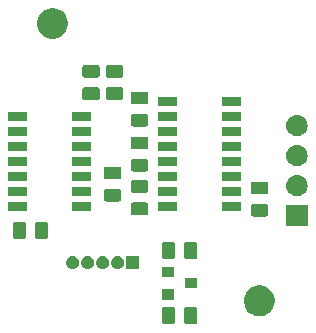
<source format=gbr>
G04 #@! TF.GenerationSoftware,KiCad,Pcbnew,(5.1.2)-1*
G04 #@! TF.CreationDate,2019-05-26T15:49:40+02:00*
G04 #@! TF.ProjectId,Dew Sensor,44657720-5365-46e7-936f-722e6b696361,rev?*
G04 #@! TF.SameCoordinates,Original*
G04 #@! TF.FileFunction,Soldermask,Bot*
G04 #@! TF.FilePolarity,Negative*
%FSLAX46Y46*%
G04 Gerber Fmt 4.6, Leading zero omitted, Abs format (unit mm)*
G04 Created by KiCad (PCBNEW (5.1.2)-1) date 2019-05-26 15:49:40*
%MOMM*%
%LPD*%
G04 APERTURE LIST*
%ADD10C,0.100000*%
G04 APERTURE END LIST*
D10*
G36*
X209788795Y-136754799D02*
G01*
X209832102Y-136767937D01*
X209872026Y-136789276D01*
X209907012Y-136817988D01*
X209935724Y-136852974D01*
X209957063Y-136892898D01*
X209970201Y-136936205D01*
X209975000Y-136984935D01*
X209975000Y-138015065D01*
X209970201Y-138063795D01*
X209957063Y-138107102D01*
X209935724Y-138147026D01*
X209907012Y-138182012D01*
X209872026Y-138210724D01*
X209832102Y-138232063D01*
X209788795Y-138245201D01*
X209740065Y-138250000D01*
X209134935Y-138250000D01*
X209086205Y-138245201D01*
X209042898Y-138232063D01*
X209002974Y-138210724D01*
X208967988Y-138182012D01*
X208939276Y-138147026D01*
X208917937Y-138107102D01*
X208904799Y-138063795D01*
X208900000Y-138015065D01*
X208900000Y-136984935D01*
X208904799Y-136936205D01*
X208917937Y-136892898D01*
X208939276Y-136852974D01*
X208967988Y-136817988D01*
X209002974Y-136789276D01*
X209042898Y-136767937D01*
X209086205Y-136754799D01*
X209134935Y-136750000D01*
X209740065Y-136750000D01*
X209788795Y-136754799D01*
X209788795Y-136754799D01*
G37*
G36*
X207913795Y-136754799D02*
G01*
X207957102Y-136767937D01*
X207997026Y-136789276D01*
X208032012Y-136817988D01*
X208060724Y-136852974D01*
X208082063Y-136892898D01*
X208095201Y-136936205D01*
X208100000Y-136984935D01*
X208100000Y-138015065D01*
X208095201Y-138063795D01*
X208082063Y-138107102D01*
X208060724Y-138147026D01*
X208032012Y-138182012D01*
X207997026Y-138210724D01*
X207957102Y-138232063D01*
X207913795Y-138245201D01*
X207865065Y-138250000D01*
X207259935Y-138250000D01*
X207211205Y-138245201D01*
X207167898Y-138232063D01*
X207127974Y-138210724D01*
X207092988Y-138182012D01*
X207064276Y-138147026D01*
X207042937Y-138107102D01*
X207029799Y-138063795D01*
X207025000Y-138015065D01*
X207025000Y-136984935D01*
X207029799Y-136936205D01*
X207042937Y-136892898D01*
X207064276Y-136852974D01*
X207092988Y-136817988D01*
X207127974Y-136789276D01*
X207167898Y-136767937D01*
X207211205Y-136754799D01*
X207259935Y-136750000D01*
X207865065Y-136750000D01*
X207913795Y-136754799D01*
X207913795Y-136754799D01*
G37*
G36*
X215629196Y-134999958D02*
G01*
X215865783Y-135097956D01*
X216078702Y-135240224D01*
X216259776Y-135421298D01*
X216402045Y-135634219D01*
X216500042Y-135870804D01*
X216550000Y-136121961D01*
X216550000Y-136378039D01*
X216500042Y-136629196D01*
X216421842Y-136817988D01*
X216402044Y-136865783D01*
X216259776Y-137078702D01*
X216078702Y-137259776D01*
X215865783Y-137402044D01*
X215865782Y-137402045D01*
X215865781Y-137402045D01*
X215629196Y-137500042D01*
X215378039Y-137550000D01*
X215121961Y-137550000D01*
X214870804Y-137500042D01*
X214634219Y-137402045D01*
X214634218Y-137402045D01*
X214634217Y-137402044D01*
X214421298Y-137259776D01*
X214240224Y-137078702D01*
X214097956Y-136865783D01*
X214078159Y-136817988D01*
X213999958Y-136629196D01*
X213950000Y-136378039D01*
X213950000Y-136121961D01*
X213999958Y-135870804D01*
X214097955Y-135634219D01*
X214240224Y-135421298D01*
X214421298Y-135240224D01*
X214634217Y-135097956D01*
X214870804Y-134999958D01*
X215121961Y-134950000D01*
X215378039Y-134950000D01*
X215629196Y-134999958D01*
X215629196Y-134999958D01*
G37*
G36*
X208000000Y-136150000D02*
G01*
X207000000Y-136150000D01*
X207000000Y-135250000D01*
X208000000Y-135250000D01*
X208000000Y-136150000D01*
X208000000Y-136150000D01*
G37*
G36*
X210000000Y-135200000D02*
G01*
X209000000Y-135200000D01*
X209000000Y-134300000D01*
X210000000Y-134300000D01*
X210000000Y-135200000D01*
X210000000Y-135200000D01*
G37*
G36*
X208000000Y-134250000D02*
G01*
X207000000Y-134250000D01*
X207000000Y-133350000D01*
X208000000Y-133350000D01*
X208000000Y-134250000D01*
X208000000Y-134250000D01*
G37*
G36*
X199567819Y-132457958D02*
G01*
X199644518Y-132481225D01*
X199671498Y-132489409D01*
X199754324Y-132533681D01*
X199767042Y-132540479D01*
X199850790Y-132609210D01*
X199919521Y-132692958D01*
X199919522Y-132692960D01*
X199970591Y-132788502D01*
X199970592Y-132788506D01*
X200002042Y-132892181D01*
X200012661Y-133000000D01*
X200002042Y-133107819D01*
X199978775Y-133184518D01*
X199970591Y-133211498D01*
X199922442Y-133301577D01*
X199919521Y-133307042D01*
X199850790Y-133390790D01*
X199767042Y-133459521D01*
X199767040Y-133459522D01*
X199671498Y-133510591D01*
X199644518Y-133518775D01*
X199567819Y-133542042D01*
X199487018Y-133550000D01*
X199432982Y-133550000D01*
X199352181Y-133542042D01*
X199275482Y-133518775D01*
X199248502Y-133510591D01*
X199152960Y-133459522D01*
X199152958Y-133459521D01*
X199069210Y-133390790D01*
X199000479Y-133307042D01*
X198997558Y-133301577D01*
X198949409Y-133211498D01*
X198941225Y-133184518D01*
X198917958Y-133107819D01*
X198907339Y-133000000D01*
X198917958Y-132892181D01*
X198949408Y-132788506D01*
X198949409Y-132788502D01*
X199000478Y-132692960D01*
X199000479Y-132692958D01*
X199069210Y-132609210D01*
X199152958Y-132540479D01*
X199165676Y-132533681D01*
X199248502Y-132489409D01*
X199275482Y-132481225D01*
X199352181Y-132457958D01*
X199432982Y-132450000D01*
X199487018Y-132450000D01*
X199567819Y-132457958D01*
X199567819Y-132457958D01*
G37*
G36*
X205090000Y-133550000D02*
G01*
X203990000Y-133550000D01*
X203990000Y-132450000D01*
X205090000Y-132450000D01*
X205090000Y-133550000D01*
X205090000Y-133550000D01*
G37*
G36*
X203377819Y-132457958D02*
G01*
X203454518Y-132481225D01*
X203481498Y-132489409D01*
X203564324Y-132533681D01*
X203577042Y-132540479D01*
X203660790Y-132609210D01*
X203729521Y-132692958D01*
X203729522Y-132692960D01*
X203780591Y-132788502D01*
X203780592Y-132788506D01*
X203812042Y-132892181D01*
X203822661Y-133000000D01*
X203812042Y-133107819D01*
X203788775Y-133184518D01*
X203780591Y-133211498D01*
X203732442Y-133301577D01*
X203729521Y-133307042D01*
X203660790Y-133390790D01*
X203577042Y-133459521D01*
X203577040Y-133459522D01*
X203481498Y-133510591D01*
X203454518Y-133518775D01*
X203377819Y-133542042D01*
X203297018Y-133550000D01*
X203242982Y-133550000D01*
X203162181Y-133542042D01*
X203085482Y-133518775D01*
X203058502Y-133510591D01*
X202962960Y-133459522D01*
X202962958Y-133459521D01*
X202879210Y-133390790D01*
X202810479Y-133307042D01*
X202807558Y-133301577D01*
X202759409Y-133211498D01*
X202751225Y-133184518D01*
X202727958Y-133107819D01*
X202717339Y-133000000D01*
X202727958Y-132892181D01*
X202759408Y-132788506D01*
X202759409Y-132788502D01*
X202810478Y-132692960D01*
X202810479Y-132692958D01*
X202879210Y-132609210D01*
X202962958Y-132540479D01*
X202975676Y-132533681D01*
X203058502Y-132489409D01*
X203085482Y-132481225D01*
X203162181Y-132457958D01*
X203242982Y-132450000D01*
X203297018Y-132450000D01*
X203377819Y-132457958D01*
X203377819Y-132457958D01*
G37*
G36*
X202107819Y-132457958D02*
G01*
X202184518Y-132481225D01*
X202211498Y-132489409D01*
X202294324Y-132533681D01*
X202307042Y-132540479D01*
X202390790Y-132609210D01*
X202459521Y-132692958D01*
X202459522Y-132692960D01*
X202510591Y-132788502D01*
X202510592Y-132788506D01*
X202542042Y-132892181D01*
X202552661Y-133000000D01*
X202542042Y-133107819D01*
X202518775Y-133184518D01*
X202510591Y-133211498D01*
X202462442Y-133301577D01*
X202459521Y-133307042D01*
X202390790Y-133390790D01*
X202307042Y-133459521D01*
X202307040Y-133459522D01*
X202211498Y-133510591D01*
X202184518Y-133518775D01*
X202107819Y-133542042D01*
X202027018Y-133550000D01*
X201972982Y-133550000D01*
X201892181Y-133542042D01*
X201815482Y-133518775D01*
X201788502Y-133510591D01*
X201692960Y-133459522D01*
X201692958Y-133459521D01*
X201609210Y-133390790D01*
X201540479Y-133307042D01*
X201537558Y-133301577D01*
X201489409Y-133211498D01*
X201481225Y-133184518D01*
X201457958Y-133107819D01*
X201447339Y-133000000D01*
X201457958Y-132892181D01*
X201489408Y-132788506D01*
X201489409Y-132788502D01*
X201540478Y-132692960D01*
X201540479Y-132692958D01*
X201609210Y-132609210D01*
X201692958Y-132540479D01*
X201705676Y-132533681D01*
X201788502Y-132489409D01*
X201815482Y-132481225D01*
X201892181Y-132457958D01*
X201972982Y-132450000D01*
X202027018Y-132450000D01*
X202107819Y-132457958D01*
X202107819Y-132457958D01*
G37*
G36*
X200837819Y-132457958D02*
G01*
X200914518Y-132481225D01*
X200941498Y-132489409D01*
X201024324Y-132533681D01*
X201037042Y-132540479D01*
X201120790Y-132609210D01*
X201189521Y-132692958D01*
X201189522Y-132692960D01*
X201240591Y-132788502D01*
X201240592Y-132788506D01*
X201272042Y-132892181D01*
X201282661Y-133000000D01*
X201272042Y-133107819D01*
X201248775Y-133184518D01*
X201240591Y-133211498D01*
X201192442Y-133301577D01*
X201189521Y-133307042D01*
X201120790Y-133390790D01*
X201037042Y-133459521D01*
X201037040Y-133459522D01*
X200941498Y-133510591D01*
X200914518Y-133518775D01*
X200837819Y-133542042D01*
X200757018Y-133550000D01*
X200702982Y-133550000D01*
X200622181Y-133542042D01*
X200545482Y-133518775D01*
X200518502Y-133510591D01*
X200422960Y-133459522D01*
X200422958Y-133459521D01*
X200339210Y-133390790D01*
X200270479Y-133307042D01*
X200267558Y-133301577D01*
X200219409Y-133211498D01*
X200211225Y-133184518D01*
X200187958Y-133107819D01*
X200177339Y-133000000D01*
X200187958Y-132892181D01*
X200219408Y-132788506D01*
X200219409Y-132788502D01*
X200270478Y-132692960D01*
X200270479Y-132692958D01*
X200339210Y-132609210D01*
X200422958Y-132540479D01*
X200435676Y-132533681D01*
X200518502Y-132489409D01*
X200545482Y-132481225D01*
X200622181Y-132457958D01*
X200702982Y-132450000D01*
X200757018Y-132450000D01*
X200837819Y-132457958D01*
X200837819Y-132457958D01*
G37*
G36*
X209788795Y-131254799D02*
G01*
X209832102Y-131267937D01*
X209872026Y-131289276D01*
X209907012Y-131317988D01*
X209935724Y-131352974D01*
X209957063Y-131392898D01*
X209970201Y-131436205D01*
X209975000Y-131484935D01*
X209975000Y-132515065D01*
X209970201Y-132563795D01*
X209957063Y-132607102D01*
X209935724Y-132647026D01*
X209907012Y-132682012D01*
X209872026Y-132710724D01*
X209832102Y-132732063D01*
X209788795Y-132745201D01*
X209740065Y-132750000D01*
X209134935Y-132750000D01*
X209086205Y-132745201D01*
X209042898Y-132732063D01*
X209002974Y-132710724D01*
X208967988Y-132682012D01*
X208939276Y-132647026D01*
X208917937Y-132607102D01*
X208904799Y-132563795D01*
X208900000Y-132515065D01*
X208900000Y-131484935D01*
X208904799Y-131436205D01*
X208917937Y-131392898D01*
X208939276Y-131352974D01*
X208967988Y-131317988D01*
X209002974Y-131289276D01*
X209042898Y-131267937D01*
X209086205Y-131254799D01*
X209134935Y-131250000D01*
X209740065Y-131250000D01*
X209788795Y-131254799D01*
X209788795Y-131254799D01*
G37*
G36*
X207913795Y-131254799D02*
G01*
X207957102Y-131267937D01*
X207997026Y-131289276D01*
X208032012Y-131317988D01*
X208060724Y-131352974D01*
X208082063Y-131392898D01*
X208095201Y-131436205D01*
X208100000Y-131484935D01*
X208100000Y-132515065D01*
X208095201Y-132563795D01*
X208082063Y-132607102D01*
X208060724Y-132647026D01*
X208032012Y-132682012D01*
X207997026Y-132710724D01*
X207957102Y-132732063D01*
X207913795Y-132745201D01*
X207865065Y-132750000D01*
X207259935Y-132750000D01*
X207211205Y-132745201D01*
X207167898Y-132732063D01*
X207127974Y-132710724D01*
X207092988Y-132682012D01*
X207064276Y-132647026D01*
X207042937Y-132607102D01*
X207029799Y-132563795D01*
X207025000Y-132515065D01*
X207025000Y-131484935D01*
X207029799Y-131436205D01*
X207042937Y-131392898D01*
X207064276Y-131352974D01*
X207092988Y-131317988D01*
X207127974Y-131289276D01*
X207167898Y-131267937D01*
X207211205Y-131254799D01*
X207259935Y-131250000D01*
X207865065Y-131250000D01*
X207913795Y-131254799D01*
X207913795Y-131254799D01*
G37*
G36*
X197171295Y-129556799D02*
G01*
X197214602Y-129569937D01*
X197254526Y-129591276D01*
X197289512Y-129619988D01*
X197318224Y-129654974D01*
X197339563Y-129694898D01*
X197352701Y-129738205D01*
X197357500Y-129786935D01*
X197357500Y-130817065D01*
X197352701Y-130865795D01*
X197339563Y-130909102D01*
X197318224Y-130949026D01*
X197289512Y-130984012D01*
X197254526Y-131012724D01*
X197214602Y-131034063D01*
X197171295Y-131047201D01*
X197122565Y-131052000D01*
X196517435Y-131052000D01*
X196468705Y-131047201D01*
X196425398Y-131034063D01*
X196385474Y-131012724D01*
X196350488Y-130984012D01*
X196321776Y-130949026D01*
X196300437Y-130909102D01*
X196287299Y-130865795D01*
X196282500Y-130817065D01*
X196282500Y-129786935D01*
X196287299Y-129738205D01*
X196300437Y-129694898D01*
X196321776Y-129654974D01*
X196350488Y-129619988D01*
X196385474Y-129591276D01*
X196425398Y-129569937D01*
X196468705Y-129556799D01*
X196517435Y-129552000D01*
X197122565Y-129552000D01*
X197171295Y-129556799D01*
X197171295Y-129556799D01*
G37*
G36*
X195296295Y-129556799D02*
G01*
X195339602Y-129569937D01*
X195379526Y-129591276D01*
X195414512Y-129619988D01*
X195443224Y-129654974D01*
X195464563Y-129694898D01*
X195477701Y-129738205D01*
X195482500Y-129786935D01*
X195482500Y-130817065D01*
X195477701Y-130865795D01*
X195464563Y-130909102D01*
X195443224Y-130949026D01*
X195414512Y-130984012D01*
X195379526Y-131012724D01*
X195339602Y-131034063D01*
X195296295Y-131047201D01*
X195247565Y-131052000D01*
X194642435Y-131052000D01*
X194593705Y-131047201D01*
X194550398Y-131034063D01*
X194510474Y-131012724D01*
X194475488Y-130984012D01*
X194446776Y-130949026D01*
X194425437Y-130909102D01*
X194412299Y-130865795D01*
X194407500Y-130817065D01*
X194407500Y-129786935D01*
X194412299Y-129738205D01*
X194425437Y-129694898D01*
X194446776Y-129654974D01*
X194475488Y-129619988D01*
X194510474Y-129591276D01*
X194550398Y-129569937D01*
X194593705Y-129556799D01*
X194642435Y-129552000D01*
X195247565Y-129552000D01*
X195296295Y-129556799D01*
X195296295Y-129556799D01*
G37*
G36*
X219340000Y-129932000D02*
G01*
X217540000Y-129932000D01*
X217540000Y-128132000D01*
X219340000Y-128132000D01*
X219340000Y-129932000D01*
X219340000Y-129932000D01*
G37*
G36*
X215828795Y-128039799D02*
G01*
X215872102Y-128052937D01*
X215912026Y-128074276D01*
X215947012Y-128102988D01*
X215975724Y-128137974D01*
X215997063Y-128177898D01*
X216010201Y-128221205D01*
X216015000Y-128269935D01*
X216015000Y-128875065D01*
X216010201Y-128923795D01*
X215997063Y-128967102D01*
X215975724Y-129007026D01*
X215947012Y-129042012D01*
X215912026Y-129070724D01*
X215872102Y-129092063D01*
X215828795Y-129105201D01*
X215780065Y-129110000D01*
X214749935Y-129110000D01*
X214701205Y-129105201D01*
X214657898Y-129092063D01*
X214617974Y-129070724D01*
X214582988Y-129042012D01*
X214554276Y-129007026D01*
X214532937Y-128967102D01*
X214519799Y-128923795D01*
X214515000Y-128875065D01*
X214515000Y-128269935D01*
X214519799Y-128221205D01*
X214532937Y-128177898D01*
X214554276Y-128137974D01*
X214582988Y-128102988D01*
X214617974Y-128074276D01*
X214657898Y-128052937D01*
X214701205Y-128039799D01*
X214749935Y-128035000D01*
X215780065Y-128035000D01*
X215828795Y-128039799D01*
X215828795Y-128039799D01*
G37*
G36*
X205668795Y-127912799D02*
G01*
X205712102Y-127925937D01*
X205752026Y-127947276D01*
X205787012Y-127975988D01*
X205815724Y-128010974D01*
X205837063Y-128050898D01*
X205850201Y-128094205D01*
X205855000Y-128142935D01*
X205855000Y-128748065D01*
X205850201Y-128796795D01*
X205837063Y-128840102D01*
X205815724Y-128880026D01*
X205787012Y-128915012D01*
X205752026Y-128943724D01*
X205712102Y-128965063D01*
X205668795Y-128978201D01*
X205620065Y-128983000D01*
X204589935Y-128983000D01*
X204541205Y-128978201D01*
X204497898Y-128965063D01*
X204457974Y-128943724D01*
X204422988Y-128915012D01*
X204394276Y-128880026D01*
X204372937Y-128840102D01*
X204359799Y-128796795D01*
X204355000Y-128748065D01*
X204355000Y-128142935D01*
X204359799Y-128094205D01*
X204372937Y-128050898D01*
X204394276Y-128010974D01*
X204422988Y-127975988D01*
X204457974Y-127947276D01*
X204497898Y-127925937D01*
X204541205Y-127912799D01*
X204589935Y-127908000D01*
X205620065Y-127908000D01*
X205668795Y-127912799D01*
X205668795Y-127912799D01*
G37*
G36*
X200985000Y-128620000D02*
G01*
X199385000Y-128620000D01*
X199385000Y-127920000D01*
X200985000Y-127920000D01*
X200985000Y-128620000D01*
X200985000Y-128620000D01*
G37*
G36*
X195585000Y-128620000D02*
G01*
X193985000Y-128620000D01*
X193985000Y-127920000D01*
X195585000Y-127920000D01*
X195585000Y-128620000D01*
X195585000Y-128620000D01*
G37*
G36*
X208285000Y-128620000D02*
G01*
X206685000Y-128620000D01*
X206685000Y-127920000D01*
X208285000Y-127920000D01*
X208285000Y-128620000D01*
X208285000Y-128620000D01*
G37*
G36*
X213685000Y-128620000D02*
G01*
X212085000Y-128620000D01*
X212085000Y-127920000D01*
X213685000Y-127920000D01*
X213685000Y-128620000D01*
X213685000Y-128620000D01*
G37*
G36*
X203382795Y-126769799D02*
G01*
X203426102Y-126782937D01*
X203466026Y-126804276D01*
X203501012Y-126832988D01*
X203529724Y-126867974D01*
X203551063Y-126907898D01*
X203564201Y-126951205D01*
X203569000Y-126999935D01*
X203569000Y-127605065D01*
X203564201Y-127653795D01*
X203551063Y-127697102D01*
X203529724Y-127737026D01*
X203501012Y-127772012D01*
X203466026Y-127800724D01*
X203426102Y-127822063D01*
X203382795Y-127835201D01*
X203334065Y-127840000D01*
X202303935Y-127840000D01*
X202255205Y-127835201D01*
X202211898Y-127822063D01*
X202171974Y-127800724D01*
X202136988Y-127772012D01*
X202108276Y-127737026D01*
X202086937Y-127697102D01*
X202073799Y-127653795D01*
X202069000Y-127605065D01*
X202069000Y-126999935D01*
X202073799Y-126951205D01*
X202086937Y-126907898D01*
X202108276Y-126867974D01*
X202136988Y-126832988D01*
X202171974Y-126804276D01*
X202211898Y-126782937D01*
X202255205Y-126769799D01*
X202303935Y-126765000D01*
X203334065Y-126765000D01*
X203382795Y-126769799D01*
X203382795Y-126769799D01*
G37*
G36*
X218616431Y-125605023D02*
G01*
X218741939Y-125643096D01*
X218786085Y-125656487D01*
X218942431Y-125740056D01*
X219079475Y-125852525D01*
X219191944Y-125989569D01*
X219275513Y-126145915D01*
X219281241Y-126164799D01*
X219326977Y-126315569D01*
X219344354Y-126492000D01*
X219326977Y-126668431D01*
X219297683Y-126765000D01*
X219275513Y-126838085D01*
X219191944Y-126994431D01*
X219079475Y-127131475D01*
X218942431Y-127243944D01*
X218786085Y-127327513D01*
X218741939Y-127340904D01*
X218616431Y-127378977D01*
X218484207Y-127392000D01*
X218395793Y-127392000D01*
X218263569Y-127378977D01*
X218138061Y-127340904D01*
X218093915Y-127327513D01*
X217937569Y-127243944D01*
X217800525Y-127131475D01*
X217688056Y-126994431D01*
X217604487Y-126838085D01*
X217582317Y-126765000D01*
X217553023Y-126668431D01*
X217535646Y-126492000D01*
X217553023Y-126315569D01*
X217598759Y-126164799D01*
X217604487Y-126145915D01*
X217688056Y-125989569D01*
X217800525Y-125852525D01*
X217937569Y-125740056D01*
X218093915Y-125656487D01*
X218138061Y-125643096D01*
X218263569Y-125605023D01*
X218395793Y-125592000D01*
X218484207Y-125592000D01*
X218616431Y-125605023D01*
X218616431Y-125605023D01*
G37*
G36*
X208285000Y-127350000D02*
G01*
X206685000Y-127350000D01*
X206685000Y-126650000D01*
X208285000Y-126650000D01*
X208285000Y-127350000D01*
X208285000Y-127350000D01*
G37*
G36*
X200985000Y-127350000D02*
G01*
X199385000Y-127350000D01*
X199385000Y-126650000D01*
X200985000Y-126650000D01*
X200985000Y-127350000D01*
X200985000Y-127350000D01*
G37*
G36*
X195585000Y-127350000D02*
G01*
X193985000Y-127350000D01*
X193985000Y-126650000D01*
X195585000Y-126650000D01*
X195585000Y-127350000D01*
X195585000Y-127350000D01*
G37*
G36*
X213685000Y-127350000D02*
G01*
X212085000Y-127350000D01*
X212085000Y-126650000D01*
X213685000Y-126650000D01*
X213685000Y-127350000D01*
X213685000Y-127350000D01*
G37*
G36*
X215828795Y-126164799D02*
G01*
X215872102Y-126177937D01*
X215912026Y-126199276D01*
X215947012Y-126227988D01*
X215975724Y-126262974D01*
X215997063Y-126302898D01*
X216010201Y-126346205D01*
X216015000Y-126394935D01*
X216015000Y-127000065D01*
X216010201Y-127048795D01*
X215997063Y-127092102D01*
X215975724Y-127132026D01*
X215947012Y-127167012D01*
X215912026Y-127195724D01*
X215872102Y-127217063D01*
X215828795Y-127230201D01*
X215780065Y-127235000D01*
X214749935Y-127235000D01*
X214701205Y-127230201D01*
X214657898Y-127217063D01*
X214617974Y-127195724D01*
X214582988Y-127167012D01*
X214554276Y-127132026D01*
X214532937Y-127092102D01*
X214519799Y-127048795D01*
X214515000Y-127000065D01*
X214515000Y-126394935D01*
X214519799Y-126346205D01*
X214532937Y-126302898D01*
X214554276Y-126262974D01*
X214582988Y-126227988D01*
X214617974Y-126199276D01*
X214657898Y-126177937D01*
X214701205Y-126164799D01*
X214749935Y-126160000D01*
X215780065Y-126160000D01*
X215828795Y-126164799D01*
X215828795Y-126164799D01*
G37*
G36*
X205668795Y-126037799D02*
G01*
X205712102Y-126050937D01*
X205752026Y-126072276D01*
X205787012Y-126100988D01*
X205815724Y-126135974D01*
X205837063Y-126175898D01*
X205850201Y-126219205D01*
X205855000Y-126267935D01*
X205855000Y-126873065D01*
X205850201Y-126921795D01*
X205837063Y-126965102D01*
X205815724Y-127005026D01*
X205787012Y-127040012D01*
X205752026Y-127068724D01*
X205712102Y-127090063D01*
X205668795Y-127103201D01*
X205620065Y-127108000D01*
X204589935Y-127108000D01*
X204541205Y-127103201D01*
X204497898Y-127090063D01*
X204457974Y-127068724D01*
X204422988Y-127040012D01*
X204394276Y-127005026D01*
X204372937Y-126965102D01*
X204359799Y-126921795D01*
X204355000Y-126873065D01*
X204355000Y-126267935D01*
X204359799Y-126219205D01*
X204372937Y-126175898D01*
X204394276Y-126135974D01*
X204422988Y-126100988D01*
X204457974Y-126072276D01*
X204497898Y-126050937D01*
X204541205Y-126037799D01*
X204589935Y-126033000D01*
X205620065Y-126033000D01*
X205668795Y-126037799D01*
X205668795Y-126037799D01*
G37*
G36*
X213685000Y-126080000D02*
G01*
X212085000Y-126080000D01*
X212085000Y-125380000D01*
X213685000Y-125380000D01*
X213685000Y-126080000D01*
X213685000Y-126080000D01*
G37*
G36*
X208285000Y-126080000D02*
G01*
X206685000Y-126080000D01*
X206685000Y-125380000D01*
X208285000Y-125380000D01*
X208285000Y-126080000D01*
X208285000Y-126080000D01*
G37*
G36*
X200985000Y-126080000D02*
G01*
X199385000Y-126080000D01*
X199385000Y-125380000D01*
X200985000Y-125380000D01*
X200985000Y-126080000D01*
X200985000Y-126080000D01*
G37*
G36*
X195585000Y-126080000D02*
G01*
X193985000Y-126080000D01*
X193985000Y-125380000D01*
X195585000Y-125380000D01*
X195585000Y-126080000D01*
X195585000Y-126080000D01*
G37*
G36*
X203382795Y-124894799D02*
G01*
X203426102Y-124907937D01*
X203466026Y-124929276D01*
X203501012Y-124957988D01*
X203529724Y-124992974D01*
X203551063Y-125032898D01*
X203564201Y-125076205D01*
X203569000Y-125124935D01*
X203569000Y-125730065D01*
X203564201Y-125778795D01*
X203551063Y-125822102D01*
X203529724Y-125862026D01*
X203501012Y-125897012D01*
X203466026Y-125925724D01*
X203426102Y-125947063D01*
X203382795Y-125960201D01*
X203334065Y-125965000D01*
X202303935Y-125965000D01*
X202255205Y-125960201D01*
X202211898Y-125947063D01*
X202171974Y-125925724D01*
X202136988Y-125897012D01*
X202108276Y-125862026D01*
X202086937Y-125822102D01*
X202073799Y-125778795D01*
X202069000Y-125730065D01*
X202069000Y-125124935D01*
X202073799Y-125076205D01*
X202086937Y-125032898D01*
X202108276Y-124992974D01*
X202136988Y-124957988D01*
X202171974Y-124929276D01*
X202211898Y-124907937D01*
X202255205Y-124894799D01*
X202303935Y-124890000D01*
X203334065Y-124890000D01*
X203382795Y-124894799D01*
X203382795Y-124894799D01*
G37*
G36*
X205668795Y-124229799D02*
G01*
X205712102Y-124242937D01*
X205752026Y-124264276D01*
X205787012Y-124292988D01*
X205815724Y-124327974D01*
X205837063Y-124367898D01*
X205850201Y-124411205D01*
X205855000Y-124459935D01*
X205855000Y-125065065D01*
X205850201Y-125113795D01*
X205837063Y-125157102D01*
X205815724Y-125197026D01*
X205787012Y-125232012D01*
X205752026Y-125260724D01*
X205712102Y-125282063D01*
X205668795Y-125295201D01*
X205620065Y-125300000D01*
X204589935Y-125300000D01*
X204541205Y-125295201D01*
X204497898Y-125282063D01*
X204457974Y-125260724D01*
X204422988Y-125232012D01*
X204394276Y-125197026D01*
X204372937Y-125157102D01*
X204359799Y-125113795D01*
X204355000Y-125065065D01*
X204355000Y-124459935D01*
X204359799Y-124411205D01*
X204372937Y-124367898D01*
X204394276Y-124327974D01*
X204422988Y-124292988D01*
X204457974Y-124264276D01*
X204497898Y-124242937D01*
X204541205Y-124229799D01*
X204589935Y-124225000D01*
X205620065Y-124225000D01*
X205668795Y-124229799D01*
X205668795Y-124229799D01*
G37*
G36*
X218616431Y-123065023D02*
G01*
X218741939Y-123103096D01*
X218786085Y-123116487D01*
X218942431Y-123200056D01*
X219079475Y-123312525D01*
X219191944Y-123449569D01*
X219275513Y-123605915D01*
X219275514Y-123605919D01*
X219326977Y-123775569D01*
X219344354Y-123952000D01*
X219326977Y-124128431D01*
X219297683Y-124225000D01*
X219275513Y-124298085D01*
X219191944Y-124454431D01*
X219079475Y-124591475D01*
X218942431Y-124703944D01*
X218786085Y-124787513D01*
X218741939Y-124800904D01*
X218616431Y-124838977D01*
X218484207Y-124852000D01*
X218395793Y-124852000D01*
X218263569Y-124838977D01*
X218138061Y-124800904D01*
X218093915Y-124787513D01*
X217937569Y-124703944D01*
X217800525Y-124591475D01*
X217688056Y-124454431D01*
X217604487Y-124298085D01*
X217582317Y-124225000D01*
X217553023Y-124128431D01*
X217535646Y-123952000D01*
X217553023Y-123775569D01*
X217604486Y-123605919D01*
X217604487Y-123605915D01*
X217688056Y-123449569D01*
X217800525Y-123312525D01*
X217937569Y-123200056D01*
X218093915Y-123116487D01*
X218138061Y-123103096D01*
X218263569Y-123065023D01*
X218395793Y-123052000D01*
X218484207Y-123052000D01*
X218616431Y-123065023D01*
X218616431Y-123065023D01*
G37*
G36*
X200985000Y-124810000D02*
G01*
X199385000Y-124810000D01*
X199385000Y-124110000D01*
X200985000Y-124110000D01*
X200985000Y-124810000D01*
X200985000Y-124810000D01*
G37*
G36*
X195585000Y-124810000D02*
G01*
X193985000Y-124810000D01*
X193985000Y-124110000D01*
X195585000Y-124110000D01*
X195585000Y-124810000D01*
X195585000Y-124810000D01*
G37*
G36*
X208285000Y-124810000D02*
G01*
X206685000Y-124810000D01*
X206685000Y-124110000D01*
X208285000Y-124110000D01*
X208285000Y-124810000D01*
X208285000Y-124810000D01*
G37*
G36*
X213685000Y-124810000D02*
G01*
X212085000Y-124810000D01*
X212085000Y-124110000D01*
X213685000Y-124110000D01*
X213685000Y-124810000D01*
X213685000Y-124810000D01*
G37*
G36*
X213685000Y-123540000D02*
G01*
X212085000Y-123540000D01*
X212085000Y-122840000D01*
X213685000Y-122840000D01*
X213685000Y-123540000D01*
X213685000Y-123540000D01*
G37*
G36*
X200985000Y-123540000D02*
G01*
X199385000Y-123540000D01*
X199385000Y-122840000D01*
X200985000Y-122840000D01*
X200985000Y-123540000D01*
X200985000Y-123540000D01*
G37*
G36*
X208285000Y-123540000D02*
G01*
X206685000Y-123540000D01*
X206685000Y-122840000D01*
X208285000Y-122840000D01*
X208285000Y-123540000D01*
X208285000Y-123540000D01*
G37*
G36*
X195585000Y-123540000D02*
G01*
X193985000Y-123540000D01*
X193985000Y-122840000D01*
X195585000Y-122840000D01*
X195585000Y-123540000D01*
X195585000Y-123540000D01*
G37*
G36*
X205668795Y-122354799D02*
G01*
X205712102Y-122367937D01*
X205752026Y-122389276D01*
X205787012Y-122417988D01*
X205815724Y-122452974D01*
X205837063Y-122492898D01*
X205850201Y-122536205D01*
X205855000Y-122584935D01*
X205855000Y-123190065D01*
X205850201Y-123238795D01*
X205837063Y-123282102D01*
X205815724Y-123322026D01*
X205787012Y-123357012D01*
X205752026Y-123385724D01*
X205712102Y-123407063D01*
X205668795Y-123420201D01*
X205620065Y-123425000D01*
X204589935Y-123425000D01*
X204541205Y-123420201D01*
X204497898Y-123407063D01*
X204457974Y-123385724D01*
X204422988Y-123357012D01*
X204394276Y-123322026D01*
X204372937Y-123282102D01*
X204359799Y-123238795D01*
X204355000Y-123190065D01*
X204355000Y-122584935D01*
X204359799Y-122536205D01*
X204372937Y-122492898D01*
X204394276Y-122452974D01*
X204422988Y-122417988D01*
X204457974Y-122389276D01*
X204497898Y-122367937D01*
X204541205Y-122354799D01*
X204589935Y-122350000D01*
X205620065Y-122350000D01*
X205668795Y-122354799D01*
X205668795Y-122354799D01*
G37*
G36*
X218616431Y-120525023D02*
G01*
X218724805Y-120557898D01*
X218786085Y-120576487D01*
X218942431Y-120660056D01*
X219079475Y-120772525D01*
X219191944Y-120909569D01*
X219275513Y-121065915D01*
X219275514Y-121065919D01*
X219326977Y-121235569D01*
X219344354Y-121412000D01*
X219326977Y-121588431D01*
X219288904Y-121713939D01*
X219275513Y-121758085D01*
X219191944Y-121914431D01*
X219079475Y-122051475D01*
X218942431Y-122163944D01*
X218786085Y-122247513D01*
X218741939Y-122260904D01*
X218616431Y-122298977D01*
X218484207Y-122312000D01*
X218395793Y-122312000D01*
X218263569Y-122298977D01*
X218138061Y-122260904D01*
X218093915Y-122247513D01*
X217937569Y-122163944D01*
X217800525Y-122051475D01*
X217688056Y-121914431D01*
X217604487Y-121758085D01*
X217591096Y-121713939D01*
X217553023Y-121588431D01*
X217535646Y-121412000D01*
X217553023Y-121235569D01*
X217604486Y-121065919D01*
X217604487Y-121065915D01*
X217688056Y-120909569D01*
X217800525Y-120772525D01*
X217937569Y-120660056D01*
X218093915Y-120576487D01*
X218155195Y-120557898D01*
X218263569Y-120525023D01*
X218395793Y-120512000D01*
X218484207Y-120512000D01*
X218616431Y-120525023D01*
X218616431Y-120525023D01*
G37*
G36*
X213685000Y-122270000D02*
G01*
X212085000Y-122270000D01*
X212085000Y-121570000D01*
X213685000Y-121570000D01*
X213685000Y-122270000D01*
X213685000Y-122270000D01*
G37*
G36*
X208285000Y-122270000D02*
G01*
X206685000Y-122270000D01*
X206685000Y-121570000D01*
X208285000Y-121570000D01*
X208285000Y-122270000D01*
X208285000Y-122270000D01*
G37*
G36*
X195585000Y-122270000D02*
G01*
X193985000Y-122270000D01*
X193985000Y-121570000D01*
X195585000Y-121570000D01*
X195585000Y-122270000D01*
X195585000Y-122270000D01*
G37*
G36*
X200985000Y-122270000D02*
G01*
X199385000Y-122270000D01*
X199385000Y-121570000D01*
X200985000Y-121570000D01*
X200985000Y-122270000D01*
X200985000Y-122270000D01*
G37*
G36*
X205668795Y-120419799D02*
G01*
X205712102Y-120432937D01*
X205752026Y-120454276D01*
X205787012Y-120482988D01*
X205815724Y-120517974D01*
X205837063Y-120557898D01*
X205850201Y-120601205D01*
X205855000Y-120649935D01*
X205855000Y-121255065D01*
X205850201Y-121303795D01*
X205837063Y-121347102D01*
X205815724Y-121387026D01*
X205787012Y-121422012D01*
X205752026Y-121450724D01*
X205712102Y-121472063D01*
X205668795Y-121485201D01*
X205620065Y-121490000D01*
X204589935Y-121490000D01*
X204541205Y-121485201D01*
X204497898Y-121472063D01*
X204457974Y-121450724D01*
X204422988Y-121422012D01*
X204394276Y-121387026D01*
X204372937Y-121347102D01*
X204359799Y-121303795D01*
X204355000Y-121255065D01*
X204355000Y-120649935D01*
X204359799Y-120601205D01*
X204372937Y-120557898D01*
X204394276Y-120517974D01*
X204422988Y-120482988D01*
X204457974Y-120454276D01*
X204497898Y-120432937D01*
X204541205Y-120419799D01*
X204589935Y-120415000D01*
X205620065Y-120415000D01*
X205668795Y-120419799D01*
X205668795Y-120419799D01*
G37*
G36*
X195585000Y-121000000D02*
G01*
X193985000Y-121000000D01*
X193985000Y-120300000D01*
X195585000Y-120300000D01*
X195585000Y-121000000D01*
X195585000Y-121000000D01*
G37*
G36*
X213685000Y-121000000D02*
G01*
X212085000Y-121000000D01*
X212085000Y-120300000D01*
X213685000Y-120300000D01*
X213685000Y-121000000D01*
X213685000Y-121000000D01*
G37*
G36*
X208285000Y-121000000D02*
G01*
X206685000Y-121000000D01*
X206685000Y-120300000D01*
X208285000Y-120300000D01*
X208285000Y-121000000D01*
X208285000Y-121000000D01*
G37*
G36*
X200985000Y-121000000D02*
G01*
X199385000Y-121000000D01*
X199385000Y-120300000D01*
X200985000Y-120300000D01*
X200985000Y-121000000D01*
X200985000Y-121000000D01*
G37*
G36*
X213685000Y-119730000D02*
G01*
X212085000Y-119730000D01*
X212085000Y-119030000D01*
X213685000Y-119030000D01*
X213685000Y-119730000D01*
X213685000Y-119730000D01*
G37*
G36*
X208285000Y-119730000D02*
G01*
X206685000Y-119730000D01*
X206685000Y-119030000D01*
X208285000Y-119030000D01*
X208285000Y-119730000D01*
X208285000Y-119730000D01*
G37*
G36*
X205668795Y-118544799D02*
G01*
X205712102Y-118557937D01*
X205752026Y-118579276D01*
X205787012Y-118607988D01*
X205815724Y-118642974D01*
X205837063Y-118682898D01*
X205850201Y-118726205D01*
X205855000Y-118774935D01*
X205855000Y-119380065D01*
X205850201Y-119428795D01*
X205837063Y-119472102D01*
X205815724Y-119512026D01*
X205787012Y-119547012D01*
X205752026Y-119575724D01*
X205712102Y-119597063D01*
X205668795Y-119610201D01*
X205620065Y-119615000D01*
X204589935Y-119615000D01*
X204541205Y-119610201D01*
X204497898Y-119597063D01*
X204457974Y-119575724D01*
X204422988Y-119547012D01*
X204394276Y-119512026D01*
X204372937Y-119472102D01*
X204359799Y-119428795D01*
X204355000Y-119380065D01*
X204355000Y-118774935D01*
X204359799Y-118726205D01*
X204372937Y-118682898D01*
X204394276Y-118642974D01*
X204422988Y-118607988D01*
X204457974Y-118579276D01*
X204497898Y-118557937D01*
X204541205Y-118544799D01*
X204589935Y-118540000D01*
X205620065Y-118540000D01*
X205668795Y-118544799D01*
X205668795Y-118544799D01*
G37*
G36*
X201563795Y-118154799D02*
G01*
X201607102Y-118167937D01*
X201647026Y-118189276D01*
X201682012Y-118217988D01*
X201710724Y-118252974D01*
X201732063Y-118292898D01*
X201745201Y-118336205D01*
X201750000Y-118384935D01*
X201750000Y-118990065D01*
X201745201Y-119038795D01*
X201732063Y-119082102D01*
X201710724Y-119122026D01*
X201682012Y-119157012D01*
X201647026Y-119185724D01*
X201607102Y-119207063D01*
X201563795Y-119220201D01*
X201515065Y-119225000D01*
X200484935Y-119225000D01*
X200436205Y-119220201D01*
X200392898Y-119207063D01*
X200352974Y-119185724D01*
X200317988Y-119157012D01*
X200289276Y-119122026D01*
X200267937Y-119082102D01*
X200254799Y-119038795D01*
X200250000Y-118990065D01*
X200250000Y-118384935D01*
X200254799Y-118336205D01*
X200267937Y-118292898D01*
X200289276Y-118252974D01*
X200317988Y-118217988D01*
X200352974Y-118189276D01*
X200392898Y-118167937D01*
X200436205Y-118154799D01*
X200484935Y-118150000D01*
X201515065Y-118150000D01*
X201563795Y-118154799D01*
X201563795Y-118154799D01*
G37*
G36*
X203563795Y-118154799D02*
G01*
X203607102Y-118167937D01*
X203647026Y-118189276D01*
X203682012Y-118217988D01*
X203710724Y-118252974D01*
X203732063Y-118292898D01*
X203745201Y-118336205D01*
X203750000Y-118384935D01*
X203750000Y-118990065D01*
X203745201Y-119038795D01*
X203732063Y-119082102D01*
X203710724Y-119122026D01*
X203682012Y-119157012D01*
X203647026Y-119185724D01*
X203607102Y-119207063D01*
X203563795Y-119220201D01*
X203515065Y-119225000D01*
X202484935Y-119225000D01*
X202436205Y-119220201D01*
X202392898Y-119207063D01*
X202352974Y-119185724D01*
X202317988Y-119157012D01*
X202289276Y-119122026D01*
X202267937Y-119082102D01*
X202254799Y-119038795D01*
X202250000Y-118990065D01*
X202250000Y-118384935D01*
X202254799Y-118336205D01*
X202267937Y-118292898D01*
X202289276Y-118252974D01*
X202317988Y-118217988D01*
X202352974Y-118189276D01*
X202392898Y-118167937D01*
X202436205Y-118154799D01*
X202484935Y-118150000D01*
X203515065Y-118150000D01*
X203563795Y-118154799D01*
X203563795Y-118154799D01*
G37*
G36*
X201563795Y-116279799D02*
G01*
X201607102Y-116292937D01*
X201647026Y-116314276D01*
X201682012Y-116342988D01*
X201710724Y-116377974D01*
X201732063Y-116417898D01*
X201745201Y-116461205D01*
X201750000Y-116509935D01*
X201750000Y-117115065D01*
X201745201Y-117163795D01*
X201732063Y-117207102D01*
X201710724Y-117247026D01*
X201682012Y-117282012D01*
X201647026Y-117310724D01*
X201607102Y-117332063D01*
X201563795Y-117345201D01*
X201515065Y-117350000D01*
X200484935Y-117350000D01*
X200436205Y-117345201D01*
X200392898Y-117332063D01*
X200352974Y-117310724D01*
X200317988Y-117282012D01*
X200289276Y-117247026D01*
X200267937Y-117207102D01*
X200254799Y-117163795D01*
X200250000Y-117115065D01*
X200250000Y-116509935D01*
X200254799Y-116461205D01*
X200267937Y-116417898D01*
X200289276Y-116377974D01*
X200317988Y-116342988D01*
X200352974Y-116314276D01*
X200392898Y-116292937D01*
X200436205Y-116279799D01*
X200484935Y-116275000D01*
X201515065Y-116275000D01*
X201563795Y-116279799D01*
X201563795Y-116279799D01*
G37*
G36*
X203563795Y-116279799D02*
G01*
X203607102Y-116292937D01*
X203647026Y-116314276D01*
X203682012Y-116342988D01*
X203710724Y-116377974D01*
X203732063Y-116417898D01*
X203745201Y-116461205D01*
X203750000Y-116509935D01*
X203750000Y-117115065D01*
X203745201Y-117163795D01*
X203732063Y-117207102D01*
X203710724Y-117247026D01*
X203682012Y-117282012D01*
X203647026Y-117310724D01*
X203607102Y-117332063D01*
X203563795Y-117345201D01*
X203515065Y-117350000D01*
X202484935Y-117350000D01*
X202436205Y-117345201D01*
X202392898Y-117332063D01*
X202352974Y-117310724D01*
X202317988Y-117282012D01*
X202289276Y-117247026D01*
X202267937Y-117207102D01*
X202254799Y-117163795D01*
X202250000Y-117115065D01*
X202250000Y-116509935D01*
X202254799Y-116461205D01*
X202267937Y-116417898D01*
X202289276Y-116377974D01*
X202317988Y-116342988D01*
X202352974Y-116314276D01*
X202392898Y-116292937D01*
X202436205Y-116279799D01*
X202484935Y-116275000D01*
X203515065Y-116275000D01*
X203563795Y-116279799D01*
X203563795Y-116279799D01*
G37*
G36*
X198129196Y-111499958D02*
G01*
X198365783Y-111597956D01*
X198578702Y-111740224D01*
X198759776Y-111921298D01*
X198902044Y-112134217D01*
X199000042Y-112370804D01*
X199050000Y-112621962D01*
X199050000Y-112878038D01*
X199000042Y-113129196D01*
X198902044Y-113365783D01*
X198759776Y-113578702D01*
X198578702Y-113759776D01*
X198365783Y-113902044D01*
X198365782Y-113902045D01*
X198365781Y-113902045D01*
X198129196Y-114000042D01*
X197878039Y-114050000D01*
X197621961Y-114050000D01*
X197370804Y-114000042D01*
X197134219Y-113902045D01*
X197134218Y-113902045D01*
X197134217Y-113902044D01*
X196921298Y-113759776D01*
X196740224Y-113578702D01*
X196597956Y-113365783D01*
X196499958Y-113129196D01*
X196450000Y-112878038D01*
X196450000Y-112621962D01*
X196499958Y-112370804D01*
X196597956Y-112134217D01*
X196740224Y-111921298D01*
X196921298Y-111740224D01*
X197134217Y-111597956D01*
X197370804Y-111499958D01*
X197621961Y-111450000D01*
X197878039Y-111450000D01*
X198129196Y-111499958D01*
X198129196Y-111499958D01*
G37*
M02*

</source>
